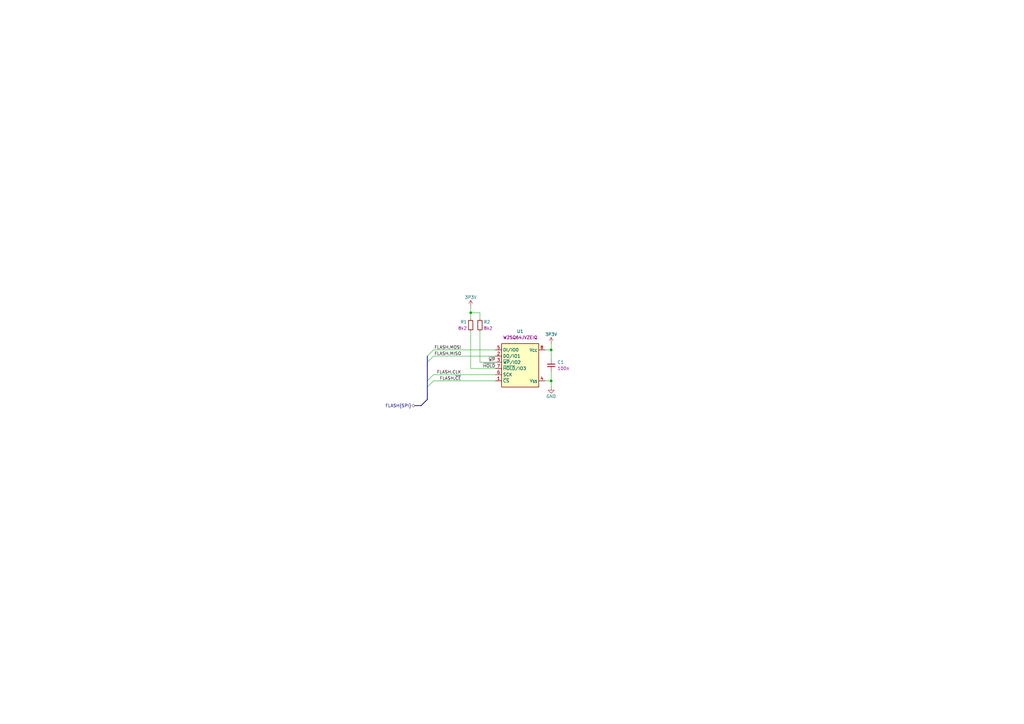
<source format=kicad_sch>
(kicad_sch (version 20250114) (generator "eeschema") (generator_version "9.0")
  (paper "A3")
  (title_block (title "10GbE Expansion") (date "2025-07-22") (rev "1.0.0") (company "Antmicro Ltd") (comment 1 "www.antmicro.com"))
  (lib_symbols
    (symbol "antmicroCapacitors0402:C_100n_16V_X7R_0402" (pin_numbers (hide yes)) (pin_names (hide yes))
      (property "Reference" "C" (at 15.24 -5.08 0))
      (property "Val" "100n" (at 15.24 -7.62 0))
      (symbol "C_100n_16V_X7R_0402_0_1"
        (polyline (pts (xy 2.032 -1.524) (xy 2.032 1.524)) (stroke (width 0.3048)))
        (polyline (pts (xy 3.048 -1.524) (xy 3.048 1.524)) (stroke (width 0.3302)))
      )
      (symbol "C_100n_16V_X7R_0402_1_1"
        (pin passive line (at 0 0 0) (length 2.032) (name "~") (number "1"))
        (pin passive line (at 5.08 0 180) (length 2.032) (name "~") (number "2"))
      )
    )
    (symbol "antmicroMemory:W25Q64JVZEIQ"
      (property "Reference" "U" (at 40.64 -2.54 0))
      (property "MPN" "W25Q64JVZEIQ" (at 40.64 -5.08 0))
      (symbol "W25Q64JVZEIQ_1_1"
        (rectangle (start 2.54 2.54) (end 17.78 -15.24) (stroke (width 0.254)) (fill (type background)))
        (pin bidirectional line (at 0 0 0) (length 2.54) (name "DI/IO0") (number "5"))
        (pin bidirectional line (at 0 -2.54 0) (length 2.54) (name "DO/IO1") (number "2"))
        (pin bidirectional line (at 0 -5.08 0) (length 2.54) (name "~{WP}/IO2") (number "3"))
        (pin bidirectional line (at 0 -7.62 0) (length 2.54) (name "~{HOLD}/IO3") (number "7"))
        (pin input line (at 0 -10.16 0) (length 2.54) (name "SCK") (number "6"))
        (pin input line (at 0 -12.7 0) (length 2.54) (name "~{CS}") (number "1"))
        (pin no_connect line (at 17.78 -10.16 180) (length 2.54) (hide yes) (name "EP") (number "9"))
        (pin power_in line (at 20.32 0 180) (length 2.54) (name "V_{CC}") (number "8"))
        (pin power_in line (at 20.32 -12.7 180) (length 2.54) (name "V_{SS}") (number "4"))
      )
    )
    (symbol "antmicroResistors0402:R_8k2_0402" (pin_numbers (hide yes)) (pin_names (hide yes))
      (property "Reference" "R" (at 20.32 -5.08 0))
      (property "Val" "8k2" (at 20.32 -7.62 0))
      (symbol "R_8k2_0402_0_1"
        (rectangle (start 0.635 0.889) (end 4.445 -0.889) (stroke (width 0.254)))
      )
      (symbol "R_8k2_0402_1_1"
        (pin passive line (at 0 0 0) (length 0.635) (name "~") (number "1"))
        (pin passive line (at 5.08 0 180) (length 0.635) (name "~") (number "2"))
      )
    )
    (symbol "antmicropower:GND" (power) (pin_numbers (hide yes)) (pin_names (hide yes))
      (property "Value" "GND" (at 8.89 -5.08 0))
      (symbol "GND_1_1"
        (polyline (pts (xy 0 0) (xy 0 -1.27) (xy 1.27 -1.27) (xy 0 -2.54) (xy -1.27 -1.27) (xy 0 -1.27)))
        (pin power_in line (at 0 0 270) (length 0) (name "GND") (number "1"))
      )
    )
    (symbol "antmicropower:VCC" (power) (pin_names (offset 0))
      (property "Value" "VCC" (at 0 3.81 0))
      (symbol "VCC_0_1"
        (polyline (pts (xy -0.762 1.27) (xy 0 2.54)))
        (polyline (pts (xy 0 2.54) (xy 0.762 1.27)))
        (polyline (pts (xy 0 0) (xy 0 2.54)))
      )
      (symbol "VCC_1_1"
        (pin power_in line (at 0 0 90) (length 0) (hide yes) (name "VCC") (number "1"))
      )
    )
  )
  (junction (at 193.04 128.27))
  (junction (at 226.06 156.21))
  (junction (at 226.06 143.51))
  (bus_entry (at 175.26 156.21) (size 2.54 -2.54))
  (bus_entry (at 175.26 158.75) (size 2.54 -2.54))
  (bus_entry (at 175.26 148.59) (size 2.54 -2.54))
  (bus_entry (at 175.26 146.05) (size 2.54 -2.54))
  (wire (pts (xy 196.85 135.89) (xy 196.85 148.59)))
  (wire (pts (xy 203.2 146.05) (xy 177.8 146.05)))
  (wire (pts (xy 177.8 153.67) (xy 203.2 153.67)))
  (bus (pts (xy 175.26 148.59) (xy 175.26 156.21)))
  (bus (pts (xy 172.72 166.37) (xy 175.26 163.83)))
  (wire (pts (xy 177.8 156.21) (xy 203.2 156.21)))
  (wire (pts (xy 196.85 148.59) (xy 203.2 148.59)))
  (wire (pts (xy 226.06 158.75) (xy 226.06 156.21)))
  (wire (pts (xy 226.06 143.51) (xy 226.06 147.32)))
  (wire (pts (xy 193.04 128.27) (xy 196.85 128.27)))
  (wire (pts (xy 193.04 128.27) (xy 193.04 130.81)))
  (bus (pts (xy 175.26 148.59) (xy 175.26 146.05)))
  (wire (pts (xy 226.06 143.51) (xy 223.52 143.51)))
  (bus (pts (xy 175.26 156.21) (xy 175.26 158.75)))
  (bus (pts (xy 172.72 166.37) (xy 170.18 166.37)))
  (wire (pts (xy 196.85 130.81) (xy 196.85 128.27)))
  (wire (pts (xy 203.2 143.51) (xy 177.8 143.51)))
  (wire (pts (xy 193.04 125.73) (xy 193.04 128.27)))
  (bus (pts (xy 175.26 158.75) (xy 175.26 163.83)))
  (wire (pts (xy 193.04 135.89) (xy 193.04 151.13)))
  (wire (pts (xy 226.06 140.97) (xy 226.06 143.51)))
  (wire (pts (xy 193.04 151.13) (xy 203.2 151.13)))
  (wire (pts (xy 226.06 156.21) (xy 223.52 156.21)))
  (wire (pts (xy 226.06 152.4) (xy 226.06 156.21)))
  (label "FLASH.CLK" (at 189.23 153.67 180))
  (label "~{HOLD}" (at 203.2 151.13 180))
  (label "FLASH.MOSI" (at 189.23 143.51 180))
  (label "FLASH.~{CE}" (at 189.23 156.21 180))
  (label "FLASH.MISO" (at 189.23 146.05 180))
  (label "~{WP}" (at 203.2 148.59 180))
  (hierarchical_label "FLASH{SPI}" (shape bidirectional) (at 170.18 166.37 180))
  (symbol (lib_id "antmicroResistors0402:R_8k2_0402") (at 193.04 135.89 270) (mirror x) (unit 1)
    (property "Reference" "R1" (at 191.516 132.08 90) (effects (justify right)))
    (property "Value" "R_8k2_0402" (effects (hide yes)))
    (property "Footprint" "antmicro-footprints:R_0402_1005Metric" (effects (hide yes)))
    (property "Datasheet" "https://www.bourns.com/docs/product-datasheets/cr.pdf" (effects (hide yes)))
    (property "Description" "SMD Chip Resistor" (effects (hide yes)))
    (property "MPN" "CR0402-FX-8201GLF" (effects (hide yes)))
    (property "Manufacturer" "Bourns" (effects (hide yes)))
    (property "License" "Apache-2.0" (effects (hide yes)))
    (property "Author" "Antmicro" (effects (hide yes)))
    (property "Val" "8k2" (at 191.516 134.62 90) (effects (justify right)))
    (property "Tolerance" "1%" (effects (hide yes)))
  )
  (symbol (lib_id "antmicroMemory:W25Q64JVZEIQ") (at 203.2 143.51 0) (unit 1)
    (property "Reference" "U1" (at 213.36 135.89 0))
    (property "Value" "W25Q64JVZEIQ" (effects (hide yes)))
    (property "Footprint" "antmicro-footprints:WSON-8_6x8x0.5mm_P1.27mm" (effects (hide yes)))
    (property "Datasheet" "https://www.mouser.com/datasheet/2/949/w25q64jv_revj_03272018_plus-1489671.pdf" (effects (hide yes)))
    (property "Description" "64M-bit Serial Flash Memory with uniform 4KB sectors and Dual/Quad SPI" (effects (hide yes)))
    (property "Manufacturer" "Winbond" (effects (hide yes)))
    (property "MPN" "W25Q64JVZEIQ" (at 213.36 138.43 0))
    (property "Author" "Antmicro" (effects (hide yes)))
    (property "License" "Apache-2.0" (effects (hide yes)))
  )
  (symbol (lib_id "antmicropower:VCC") (at 226.06 140.97 0) (unit 1)
    (property "Reference" "#PWR02" (effects (hide yes)))
    (property "Value" "3P3V" (at 226.06 137.16 0))
  )
  (symbol (lib_id "antmicropower:VCC") (at 193.04 125.73 0) (unit 1)
    (property "Reference" "#PWR01" (effects (hide yes)))
    (property "Value" "3P3V" (at 193.04 121.92 0))
  )
  (symbol (lib_id "antmicroCapacitors0402:C_100n_16V_X7R_0402") (at 226.06 152.4 90) (unit 1)
    (property "Reference" "C1" (at 228.6 148.5836 90) (effects (justify right)))
    (property "Value" "C_100n_16V_X7R_0402" (effects (hide yes)))
    (property "Footprint" "antmicro-footprints:C_0402_1005Metric" (effects (hide yes)))
    (property "Datasheet" "https://www.kemet.com/en/us/capacitors/product/C0402C104J4RAC7411.html" (effects (hide yes)))
    (property "Description" "SMD Multilayer Ceramic Capacitor, 100nF, 50V, 0402, ±5%, X7R" (effects (hide yes)))
    (property "MPN" "C0402C104J4RAC7411" (effects (hide yes)))
    (property "Val" "100n" (at 228.6 151.1236 90) (effects (justify right)))
    (property "Voltage" "16V" (effects (hide yes)))
    (property "Dielectric" "X7R" (effects (hide yes)))
    (property "Manufacturer" "KEMET" (effects (hide yes)))
    (property "License" "Apache-2.0" (effects (hide yes)))
    (property "Author" "Antmicro" (effects (hide yes)))
  )
  (symbol (lib_id "antmicroResistors0402:R_8k2_0402") (at 196.85 135.89 90) (unit 1)
    (property "Reference" "R2" (at 198.374 132.08 90) (effects (justify right)))
    (property "Value" "R_8k2_0402" (effects (hide yes)))
    (property "Footprint" "antmicro-footprints:R_0402_1005Metric" (effects (hide yes)))
    (property "Datasheet" "https://www.bourns.com/docs/product-datasheets/cr.pdf" (effects (hide yes)))
    (property "Description" "SMD Chip Resistor" (effects (hide yes)))
    (property "MPN" "CR0402-FX-8201GLF" (effects (hide yes)))
    (property "Manufacturer" "Bourns" (effects (hide yes)))
    (property "License" "Apache-2.0" (effects (hide yes)))
    (property "Author" "Antmicro" (effects (hide yes)))
    (property "Val" "8k2" (at 198.374 134.62 90) (effects (justify right)))
    (property "Tolerance" "1%" (effects (hide yes)))
  )
  (symbol (lib_id "antmicropower:GND") (at 226.06 158.75 0) (unit 1)
    (property "Reference" "#PWR03" (effects (hide yes)))
    (property "Value" "GND" (at 226.06 162.56 0))
    (property "Author" "Antmicro" (effects (hide yes)))
    (property "License" "Apache-2.0" (effects (hide yes)))
  )
)
</source>
